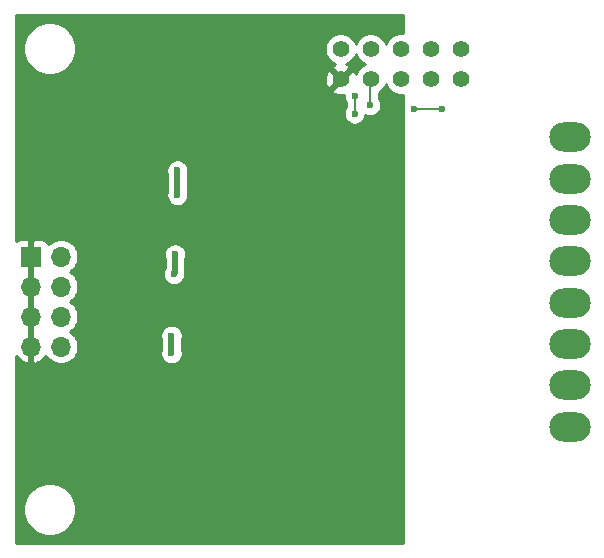
<source format=gbr>
%TF.GenerationSoftware,KiCad,Pcbnew,5.1.6-c6e7f7d~87~ubuntu18.04.1*%
%TF.CreationDate,2022-03-05T00:13:30+01:00*%
%TF.ProjectId,door_ext_photorelay,646f6f72-5f65-4787-945f-70686f746f72,rev?*%
%TF.SameCoordinates,Original*%
%TF.FileFunction,Copper,L2,Bot*%
%TF.FilePolarity,Positive*%
%FSLAX46Y46*%
G04 Gerber Fmt 4.6, Leading zero omitted, Abs format (unit mm)*
G04 Created by KiCad (PCBNEW 5.1.6-c6e7f7d~87~ubuntu18.04.1) date 2022-03-05 00:13:30*
%MOMM*%
%LPD*%
G01*
G04 APERTURE LIST*
%TA.AperFunction,ComponentPad*%
%ADD10R,1.700000X1.700000*%
%TD*%
%TA.AperFunction,ComponentPad*%
%ADD11O,1.700000X1.700000*%
%TD*%
%TA.AperFunction,ComponentPad*%
%ADD12C,1.422400*%
%TD*%
%TA.AperFunction,ComponentPad*%
%ADD13O,3.500000X2.500000*%
%TD*%
%TA.AperFunction,ViaPad*%
%ADD14C,0.600000*%
%TD*%
%TA.AperFunction,Conductor*%
%ADD15C,0.500000*%
%TD*%
%TA.AperFunction,Conductor*%
%ADD16C,0.200000*%
%TD*%
%TA.AperFunction,Conductor*%
%ADD17C,0.254000*%
%TD*%
G04 APERTURE END LIST*
D10*
%TO.P,J1,1*%
%TO.N,GND*%
X126400000Y-54600000D03*
D11*
%TO.P,J1,2*%
%TO.N,/PD0*%
X128940000Y-54600000D03*
%TO.P,J1,3*%
%TO.N,GND*%
X126400000Y-57140000D03*
%TO.P,J1,4*%
%TO.N,/PD1*%
X128940000Y-57140000D03*
%TO.P,J1,5*%
%TO.N,GND*%
X126400000Y-59680000D03*
%TO.P,J1,6*%
%TO.N,/PD2*%
X128940000Y-59680000D03*
%TO.P,J1,7*%
%TO.N,GND*%
X126400000Y-62220000D03*
%TO.P,J1,8*%
%TO.N,/PD3*%
X128940000Y-62220000D03*
%TD*%
D12*
%TO.P,J2,1*%
%TO.N,+3V3*%
X162780000Y-37030000D03*
%TO.P,J2,2*%
%TO.N,GPIO0*%
X162780000Y-39570000D03*
%TO.P,J2,3*%
%TO.N,GPIO1*%
X160240000Y-37030000D03*
%TO.P,J2,4*%
%TO.N,GPIO2*%
X160240000Y-39570000D03*
%TO.P,J2,5*%
%TO.N,GPIO3*%
X157700000Y-37030000D03*
%TO.P,J2,6*%
%TO.N,GPIO4*%
X157700000Y-39570000D03*
%TO.P,J2,7*%
%TO.N,GPIO5*%
X155160000Y-37030000D03*
%TO.P,J2,8*%
%TO.N,GPIO6*%
X155160000Y-39570000D03*
%TO.P,J2,9*%
%TO.N,N/C*%
X152620000Y-37030000D03*
%TO.P,J2,10*%
%TO.N,GND*%
X152620000Y-39570000D03*
%TD*%
D13*
%TO.P,J3,1*%
%TO.N,Net-(J3-Pad1)*%
X172000000Y-69000000D03*
%TO.P,J3,2*%
%TO.N,Net-(J3-Pad2)*%
X172000000Y-65502420D03*
%TO.P,J3,3*%
%TO.N,Net-(J3-Pad3)*%
X172000000Y-62002300D03*
%TO.P,J3,4*%
%TO.N,Net-(J3-Pad4)*%
X172000000Y-58502180D03*
%TO.P,J3,5*%
%TO.N,Net-(J3-Pad5)*%
X172000000Y-55000000D03*
%TO.P,J3,6*%
%TO.N,Net-(J3-Pad6)*%
X172000000Y-51500000D03*
%TO.P,J3,7*%
%TO.N,N/C*%
X172000000Y-48000000D03*
%TO.P,J3,8*%
X172000000Y-44500000D03*
%TD*%
D14*
%TO.N,+3V3*%
X138800000Y-47300000D03*
X138800000Y-49400000D03*
X138600000Y-54400000D03*
X138500000Y-56100000D03*
X138300000Y-61300000D03*
X138300000Y-62800000D03*
%TO.N,GND*%
X137400000Y-49200000D03*
X137400000Y-50400000D03*
X138400000Y-45100000D03*
X138600000Y-52100000D03*
X149000000Y-68800000D03*
X148900000Y-53700000D03*
X137500000Y-70300000D03*
X137400000Y-71500000D03*
X138200000Y-66100000D03*
X138500000Y-59100000D03*
X137300000Y-63300000D03*
X137200000Y-64500000D03*
X137400000Y-57400000D03*
X137400000Y-56200000D03*
X148699979Y-46800000D03*
X148599990Y-60600000D03*
X154200000Y-68300000D03*
X154200000Y-61400000D03*
X154300000Y-54200000D03*
%TO.N,GPIO0*%
X158800000Y-42100000D03*
X161200000Y-42100000D03*
%TO.N,GPIO5*%
X153800000Y-42500000D03*
X153800000Y-41000000D03*
%TO.N,GPIO6*%
X155100000Y-41800000D03*
%TD*%
D15*
%TO.N,+3V3*%
X138800000Y-47300000D02*
X138800000Y-49400000D01*
X138600000Y-56000000D02*
X138500000Y-56100000D01*
X138600000Y-54400000D02*
X138600000Y-56000000D01*
X138300000Y-61300000D02*
X138300000Y-62800000D01*
D16*
%TO.N,GPIO0*%
X158800000Y-42100000D02*
X161200000Y-42100000D01*
%TO.N,GPIO5*%
X153800000Y-42500000D02*
X153800000Y-41000000D01*
%TO.N,GPIO6*%
X155100000Y-39630000D02*
X155160000Y-39570000D01*
X155100000Y-41800000D02*
X155100000Y-39630000D01*
%TD*%
D17*
%TO.N,GND*%
G36*
X157873000Y-35691838D02*
G01*
X157832589Y-35683800D01*
X157567411Y-35683800D01*
X157307328Y-35735533D01*
X157062335Y-35837013D01*
X156841847Y-35984338D01*
X156654338Y-36171847D01*
X156507013Y-36392335D01*
X156430000Y-36578260D01*
X156352987Y-36392335D01*
X156205662Y-36171847D01*
X156018153Y-35984338D01*
X155797665Y-35837013D01*
X155552672Y-35735533D01*
X155292589Y-35683800D01*
X155027411Y-35683800D01*
X154767328Y-35735533D01*
X154522335Y-35837013D01*
X154301847Y-35984338D01*
X154114338Y-36171847D01*
X153967013Y-36392335D01*
X153890000Y-36578260D01*
X153812987Y-36392335D01*
X153665662Y-36171847D01*
X153478153Y-35984338D01*
X153257665Y-35837013D01*
X153012672Y-35735533D01*
X152752589Y-35683800D01*
X152487411Y-35683800D01*
X152227328Y-35735533D01*
X151982335Y-35837013D01*
X151761847Y-35984338D01*
X151574338Y-36171847D01*
X151427013Y-36392335D01*
X151325533Y-36637328D01*
X151273800Y-36897411D01*
X151273800Y-37162589D01*
X151325533Y-37422672D01*
X151427013Y-37667665D01*
X151574338Y-37888153D01*
X151761847Y-38075662D01*
X151982335Y-38222987D01*
X152170600Y-38300969D01*
X152034720Y-38350458D01*
X151931152Y-38405817D01*
X151870332Y-38640727D01*
X152620000Y-39390395D01*
X153369668Y-38640727D01*
X153308848Y-38405817D01*
X153077066Y-38297794D01*
X153257665Y-38222987D01*
X153478153Y-38075662D01*
X153665662Y-37888153D01*
X153812987Y-37667665D01*
X153890000Y-37481740D01*
X153967013Y-37667665D01*
X154114338Y-37888153D01*
X154301847Y-38075662D01*
X154522335Y-38222987D01*
X154708260Y-38300000D01*
X154522335Y-38377013D01*
X154301847Y-38524338D01*
X154114338Y-38711847D01*
X153967013Y-38932335D01*
X153889031Y-39120600D01*
X153839542Y-38984720D01*
X153784183Y-38881152D01*
X153549273Y-38820332D01*
X152799605Y-39570000D01*
X152813748Y-39584143D01*
X152634143Y-39763748D01*
X152620000Y-39749605D01*
X151870332Y-40499273D01*
X151931152Y-40734183D01*
X152171509Y-40846202D01*
X152429102Y-40909176D01*
X152694030Y-40920687D01*
X152867786Y-40893905D01*
X152865000Y-40907911D01*
X152865000Y-41092089D01*
X152900932Y-41272729D01*
X152971414Y-41442889D01*
X153065001Y-41582952D01*
X153065000Y-41917049D01*
X152971414Y-42057111D01*
X152900932Y-42227271D01*
X152865000Y-42407911D01*
X152865000Y-42592089D01*
X152900932Y-42772729D01*
X152971414Y-42942889D01*
X153073738Y-43096028D01*
X153203972Y-43226262D01*
X153357111Y-43328586D01*
X153527271Y-43399068D01*
X153707911Y-43435000D01*
X153892089Y-43435000D01*
X154072729Y-43399068D01*
X154242889Y-43328586D01*
X154396028Y-43226262D01*
X154526262Y-43096028D01*
X154628586Y-42942889D01*
X154699068Y-42772729D01*
X154722364Y-42655614D01*
X154827271Y-42699068D01*
X155007911Y-42735000D01*
X155192089Y-42735000D01*
X155372729Y-42699068D01*
X155542889Y-42628586D01*
X155696028Y-42526262D01*
X155826262Y-42396028D01*
X155928586Y-42242889D01*
X155999068Y-42072729D01*
X156035000Y-41892089D01*
X156035000Y-41707911D01*
X155999068Y-41527271D01*
X155928586Y-41357111D01*
X155835000Y-41217049D01*
X155835000Y-40738041D01*
X156018153Y-40615662D01*
X156205662Y-40428153D01*
X156352987Y-40207665D01*
X156430000Y-40021740D01*
X156507013Y-40207665D01*
X156654338Y-40428153D01*
X156841847Y-40615662D01*
X157062335Y-40762987D01*
X157307328Y-40864467D01*
X157567411Y-40916200D01*
X157832589Y-40916200D01*
X157873000Y-40908162D01*
X157873000Y-41967693D01*
X157865000Y-42007911D01*
X157865000Y-42192089D01*
X157873000Y-42232307D01*
X157873000Y-78873000D01*
X125127000Y-78873000D01*
X125127000Y-75779872D01*
X125765000Y-75779872D01*
X125765000Y-76220128D01*
X125850890Y-76651925D01*
X126019369Y-77058669D01*
X126263962Y-77424729D01*
X126575271Y-77736038D01*
X126941331Y-77980631D01*
X127348075Y-78149110D01*
X127779872Y-78235000D01*
X128220128Y-78235000D01*
X128651925Y-78149110D01*
X129058669Y-77980631D01*
X129424729Y-77736038D01*
X129736038Y-77424729D01*
X129980631Y-77058669D01*
X130149110Y-76651925D01*
X130235000Y-76220128D01*
X130235000Y-75779872D01*
X130149110Y-75348075D01*
X129980631Y-74941331D01*
X129736038Y-74575271D01*
X129424729Y-74263962D01*
X129058669Y-74019369D01*
X128651925Y-73850890D01*
X128220128Y-73765000D01*
X127779872Y-73765000D01*
X127348075Y-73850890D01*
X126941331Y-74019369D01*
X126575271Y-74263962D01*
X126263962Y-74575271D01*
X126019369Y-74941331D01*
X125850890Y-75348075D01*
X125765000Y-75779872D01*
X125127000Y-75779872D01*
X125127000Y-62984067D01*
X125128359Y-62986920D01*
X125302412Y-63220269D01*
X125518645Y-63415178D01*
X125768748Y-63564157D01*
X126043109Y-63661481D01*
X126273000Y-63540814D01*
X126273000Y-62347000D01*
X126253000Y-62347000D01*
X126253000Y-62093000D01*
X126273000Y-62093000D01*
X126273000Y-59807000D01*
X126253000Y-59807000D01*
X126253000Y-59553000D01*
X126273000Y-59553000D01*
X126273000Y-57267000D01*
X126253000Y-57267000D01*
X126253000Y-57013000D01*
X126273000Y-57013000D01*
X126273000Y-54727000D01*
X126253000Y-54727000D01*
X126253000Y-54473000D01*
X126273000Y-54473000D01*
X126273000Y-53273750D01*
X126527000Y-53273750D01*
X126527000Y-54473000D01*
X126547000Y-54473000D01*
X126547000Y-54727000D01*
X126527000Y-54727000D01*
X126527000Y-57013000D01*
X126547000Y-57013000D01*
X126547000Y-57267000D01*
X126527000Y-57267000D01*
X126527000Y-59553000D01*
X126547000Y-59553000D01*
X126547000Y-59807000D01*
X126527000Y-59807000D01*
X126527000Y-62093000D01*
X126547000Y-62093000D01*
X126547000Y-62347000D01*
X126527000Y-62347000D01*
X126527000Y-63540814D01*
X126756891Y-63661481D01*
X127031252Y-63564157D01*
X127281355Y-63415178D01*
X127497588Y-63220269D01*
X127668900Y-62990594D01*
X127786525Y-63166632D01*
X127993368Y-63373475D01*
X128236589Y-63535990D01*
X128506842Y-63647932D01*
X128793740Y-63705000D01*
X129086260Y-63705000D01*
X129373158Y-63647932D01*
X129643411Y-63535990D01*
X129886632Y-63373475D01*
X130093475Y-63166632D01*
X130255990Y-62923411D01*
X130367932Y-62653158D01*
X130425000Y-62366260D01*
X130425000Y-62073740D01*
X130367932Y-61786842D01*
X130255990Y-61516589D01*
X130093475Y-61273368D01*
X130028018Y-61207911D01*
X137365000Y-61207911D01*
X137365000Y-61392089D01*
X137400932Y-61572729D01*
X137415000Y-61606693D01*
X137415001Y-62493306D01*
X137400932Y-62527271D01*
X137365000Y-62707911D01*
X137365000Y-62892089D01*
X137400932Y-63072729D01*
X137471414Y-63242889D01*
X137573738Y-63396028D01*
X137703972Y-63526262D01*
X137857111Y-63628586D01*
X138027271Y-63699068D01*
X138207911Y-63735000D01*
X138392089Y-63735000D01*
X138572729Y-63699068D01*
X138742889Y-63628586D01*
X138896028Y-63526262D01*
X139026262Y-63396028D01*
X139128586Y-63242889D01*
X139199068Y-63072729D01*
X139235000Y-62892089D01*
X139235000Y-62707911D01*
X139199068Y-62527271D01*
X139185000Y-62493308D01*
X139185000Y-61606692D01*
X139199068Y-61572729D01*
X139235000Y-61392089D01*
X139235000Y-61207911D01*
X139199068Y-61027271D01*
X139128586Y-60857111D01*
X139026262Y-60703972D01*
X138896028Y-60573738D01*
X138742889Y-60471414D01*
X138572729Y-60400932D01*
X138392089Y-60365000D01*
X138207911Y-60365000D01*
X138027271Y-60400932D01*
X137857111Y-60471414D01*
X137703972Y-60573738D01*
X137573738Y-60703972D01*
X137471414Y-60857111D01*
X137400932Y-61027271D01*
X137365000Y-61207911D01*
X130028018Y-61207911D01*
X129886632Y-61066525D01*
X129712240Y-60950000D01*
X129886632Y-60833475D01*
X130093475Y-60626632D01*
X130255990Y-60383411D01*
X130367932Y-60113158D01*
X130425000Y-59826260D01*
X130425000Y-59533740D01*
X130367932Y-59246842D01*
X130255990Y-58976589D01*
X130093475Y-58733368D01*
X129886632Y-58526525D01*
X129712240Y-58410000D01*
X129886632Y-58293475D01*
X130093475Y-58086632D01*
X130255990Y-57843411D01*
X130367932Y-57573158D01*
X130425000Y-57286260D01*
X130425000Y-56993740D01*
X130367932Y-56706842D01*
X130255990Y-56436589D01*
X130093475Y-56193368D01*
X129908018Y-56007911D01*
X137565000Y-56007911D01*
X137565000Y-56192089D01*
X137600932Y-56372729D01*
X137671414Y-56542889D01*
X137773738Y-56696028D01*
X137903972Y-56826262D01*
X138057111Y-56928586D01*
X138227271Y-56999068D01*
X138407911Y-57035000D01*
X138592089Y-57035000D01*
X138772729Y-56999068D01*
X138942889Y-56928586D01*
X139096028Y-56826262D01*
X139226262Y-56696028D01*
X139328586Y-56542889D01*
X139381182Y-56415910D01*
X139421589Y-56340313D01*
X139472195Y-56173490D01*
X139485000Y-56043477D01*
X139485000Y-56043467D01*
X139489281Y-56000001D01*
X139485000Y-55956535D01*
X139485000Y-54706692D01*
X139499068Y-54672729D01*
X139535000Y-54492089D01*
X139535000Y-54307911D01*
X139499068Y-54127271D01*
X139428586Y-53957111D01*
X139326262Y-53803972D01*
X139196028Y-53673738D01*
X139042889Y-53571414D01*
X138872729Y-53500932D01*
X138692089Y-53465000D01*
X138507911Y-53465000D01*
X138327271Y-53500932D01*
X138157111Y-53571414D01*
X138003972Y-53673738D01*
X137873738Y-53803972D01*
X137771414Y-53957111D01*
X137700932Y-54127271D01*
X137665000Y-54307911D01*
X137665000Y-54492089D01*
X137700932Y-54672729D01*
X137715000Y-54706693D01*
X137715001Y-55591879D01*
X137671414Y-55657111D01*
X137600932Y-55827271D01*
X137565000Y-56007911D01*
X129908018Y-56007911D01*
X129886632Y-55986525D01*
X129712240Y-55870000D01*
X129886632Y-55753475D01*
X130093475Y-55546632D01*
X130255990Y-55303411D01*
X130367932Y-55033158D01*
X130425000Y-54746260D01*
X130425000Y-54453740D01*
X130367932Y-54166842D01*
X130255990Y-53896589D01*
X130093475Y-53653368D01*
X129886632Y-53446525D01*
X129643411Y-53284010D01*
X129373158Y-53172068D01*
X129086260Y-53115000D01*
X128793740Y-53115000D01*
X128506842Y-53172068D01*
X128236589Y-53284010D01*
X127993368Y-53446525D01*
X127861513Y-53578380D01*
X127839502Y-53505820D01*
X127780537Y-53395506D01*
X127701185Y-53298815D01*
X127604494Y-53219463D01*
X127494180Y-53160498D01*
X127374482Y-53124188D01*
X127250000Y-53111928D01*
X126685750Y-53115000D01*
X126527000Y-53273750D01*
X126273000Y-53273750D01*
X126114250Y-53115000D01*
X125550000Y-53111928D01*
X125425518Y-53124188D01*
X125305820Y-53160498D01*
X125195506Y-53219463D01*
X125127000Y-53275684D01*
X125127000Y-47207911D01*
X137865000Y-47207911D01*
X137865000Y-47392089D01*
X137900932Y-47572729D01*
X137915000Y-47606693D01*
X137915001Y-49093306D01*
X137900932Y-49127271D01*
X137865000Y-49307911D01*
X137865000Y-49492089D01*
X137900932Y-49672729D01*
X137971414Y-49842889D01*
X138073738Y-49996028D01*
X138203972Y-50126262D01*
X138357111Y-50228586D01*
X138527271Y-50299068D01*
X138707911Y-50335000D01*
X138892089Y-50335000D01*
X139072729Y-50299068D01*
X139242889Y-50228586D01*
X139396028Y-50126262D01*
X139526262Y-49996028D01*
X139628586Y-49842889D01*
X139699068Y-49672729D01*
X139735000Y-49492089D01*
X139735000Y-49307911D01*
X139699068Y-49127271D01*
X139685000Y-49093308D01*
X139685000Y-47606692D01*
X139699068Y-47572729D01*
X139735000Y-47392089D01*
X139735000Y-47207911D01*
X139699068Y-47027271D01*
X139628586Y-46857111D01*
X139526262Y-46703972D01*
X139396028Y-46573738D01*
X139242889Y-46471414D01*
X139072729Y-46400932D01*
X138892089Y-46365000D01*
X138707911Y-46365000D01*
X138527271Y-46400932D01*
X138357111Y-46471414D01*
X138203972Y-46573738D01*
X138073738Y-46703972D01*
X137971414Y-46857111D01*
X137900932Y-47027271D01*
X137865000Y-47207911D01*
X125127000Y-47207911D01*
X125127000Y-39644030D01*
X151269313Y-39644030D01*
X151309709Y-39906113D01*
X151400458Y-40155280D01*
X151455817Y-40258848D01*
X151690727Y-40319668D01*
X152440395Y-39570000D01*
X151690727Y-38820332D01*
X151455817Y-38881152D01*
X151343798Y-39121509D01*
X151280824Y-39379102D01*
X151269313Y-39644030D01*
X125127000Y-39644030D01*
X125127000Y-36779872D01*
X125765000Y-36779872D01*
X125765000Y-37220128D01*
X125850890Y-37651925D01*
X126019369Y-38058669D01*
X126263962Y-38424729D01*
X126575271Y-38736038D01*
X126941331Y-38980631D01*
X127348075Y-39149110D01*
X127779872Y-39235000D01*
X128220128Y-39235000D01*
X128651925Y-39149110D01*
X129058669Y-38980631D01*
X129424729Y-38736038D01*
X129736038Y-38424729D01*
X129980631Y-38058669D01*
X130149110Y-37651925D01*
X130235000Y-37220128D01*
X130235000Y-36779872D01*
X130149110Y-36348075D01*
X129980631Y-35941331D01*
X129736038Y-35575271D01*
X129424729Y-35263962D01*
X129058669Y-35019369D01*
X128651925Y-34850890D01*
X128220128Y-34765000D01*
X127779872Y-34765000D01*
X127348075Y-34850890D01*
X126941331Y-35019369D01*
X126575271Y-35263962D01*
X126263962Y-35575271D01*
X126019369Y-35941331D01*
X125850890Y-36348075D01*
X125765000Y-36779872D01*
X125127000Y-36779872D01*
X125127000Y-34127000D01*
X157873000Y-34127000D01*
X157873000Y-35691838D01*
G37*
X157873000Y-35691838D02*
X157832589Y-35683800D01*
X157567411Y-35683800D01*
X157307328Y-35735533D01*
X157062335Y-35837013D01*
X156841847Y-35984338D01*
X156654338Y-36171847D01*
X156507013Y-36392335D01*
X156430000Y-36578260D01*
X156352987Y-36392335D01*
X156205662Y-36171847D01*
X156018153Y-35984338D01*
X155797665Y-35837013D01*
X155552672Y-35735533D01*
X155292589Y-35683800D01*
X155027411Y-35683800D01*
X154767328Y-35735533D01*
X154522335Y-35837013D01*
X154301847Y-35984338D01*
X154114338Y-36171847D01*
X153967013Y-36392335D01*
X153890000Y-36578260D01*
X153812987Y-36392335D01*
X153665662Y-36171847D01*
X153478153Y-35984338D01*
X153257665Y-35837013D01*
X153012672Y-35735533D01*
X152752589Y-35683800D01*
X152487411Y-35683800D01*
X152227328Y-35735533D01*
X151982335Y-35837013D01*
X151761847Y-35984338D01*
X151574338Y-36171847D01*
X151427013Y-36392335D01*
X151325533Y-36637328D01*
X151273800Y-36897411D01*
X151273800Y-37162589D01*
X151325533Y-37422672D01*
X151427013Y-37667665D01*
X151574338Y-37888153D01*
X151761847Y-38075662D01*
X151982335Y-38222987D01*
X152170600Y-38300969D01*
X152034720Y-38350458D01*
X151931152Y-38405817D01*
X151870332Y-38640727D01*
X152620000Y-39390395D01*
X153369668Y-38640727D01*
X153308848Y-38405817D01*
X153077066Y-38297794D01*
X153257665Y-38222987D01*
X153478153Y-38075662D01*
X153665662Y-37888153D01*
X153812987Y-37667665D01*
X153890000Y-37481740D01*
X153967013Y-37667665D01*
X154114338Y-37888153D01*
X154301847Y-38075662D01*
X154522335Y-38222987D01*
X154708260Y-38300000D01*
X154522335Y-38377013D01*
X154301847Y-38524338D01*
X154114338Y-38711847D01*
X153967013Y-38932335D01*
X153889031Y-39120600D01*
X153839542Y-38984720D01*
X153784183Y-38881152D01*
X153549273Y-38820332D01*
X152799605Y-39570000D01*
X152813748Y-39584143D01*
X152634143Y-39763748D01*
X152620000Y-39749605D01*
X151870332Y-40499273D01*
X151931152Y-40734183D01*
X152171509Y-40846202D01*
X152429102Y-40909176D01*
X152694030Y-40920687D01*
X152867786Y-40893905D01*
X152865000Y-40907911D01*
X152865000Y-41092089D01*
X152900932Y-41272729D01*
X152971414Y-41442889D01*
X153065001Y-41582952D01*
X153065000Y-41917049D01*
X152971414Y-42057111D01*
X152900932Y-42227271D01*
X152865000Y-42407911D01*
X152865000Y-42592089D01*
X152900932Y-42772729D01*
X152971414Y-42942889D01*
X153073738Y-43096028D01*
X153203972Y-43226262D01*
X153357111Y-43328586D01*
X153527271Y-43399068D01*
X153707911Y-43435000D01*
X153892089Y-43435000D01*
X154072729Y-43399068D01*
X154242889Y-43328586D01*
X154396028Y-43226262D01*
X154526262Y-43096028D01*
X154628586Y-42942889D01*
X154699068Y-42772729D01*
X154722364Y-42655614D01*
X154827271Y-42699068D01*
X155007911Y-42735000D01*
X155192089Y-42735000D01*
X155372729Y-42699068D01*
X155542889Y-42628586D01*
X155696028Y-42526262D01*
X155826262Y-42396028D01*
X155928586Y-42242889D01*
X155999068Y-42072729D01*
X156035000Y-41892089D01*
X156035000Y-41707911D01*
X155999068Y-41527271D01*
X155928586Y-41357111D01*
X155835000Y-41217049D01*
X155835000Y-40738041D01*
X156018153Y-40615662D01*
X156205662Y-40428153D01*
X156352987Y-40207665D01*
X156430000Y-40021740D01*
X156507013Y-40207665D01*
X156654338Y-40428153D01*
X156841847Y-40615662D01*
X157062335Y-40762987D01*
X157307328Y-40864467D01*
X157567411Y-40916200D01*
X157832589Y-40916200D01*
X157873000Y-40908162D01*
X157873000Y-41967693D01*
X157865000Y-42007911D01*
X157865000Y-42192089D01*
X157873000Y-42232307D01*
X157873000Y-78873000D01*
X125127000Y-78873000D01*
X125127000Y-75779872D01*
X125765000Y-75779872D01*
X125765000Y-76220128D01*
X125850890Y-76651925D01*
X126019369Y-77058669D01*
X126263962Y-77424729D01*
X126575271Y-77736038D01*
X126941331Y-77980631D01*
X127348075Y-78149110D01*
X127779872Y-78235000D01*
X128220128Y-78235000D01*
X128651925Y-78149110D01*
X129058669Y-77980631D01*
X129424729Y-77736038D01*
X129736038Y-77424729D01*
X129980631Y-77058669D01*
X130149110Y-76651925D01*
X130235000Y-76220128D01*
X130235000Y-75779872D01*
X130149110Y-75348075D01*
X129980631Y-74941331D01*
X129736038Y-74575271D01*
X129424729Y-74263962D01*
X129058669Y-74019369D01*
X128651925Y-73850890D01*
X128220128Y-73765000D01*
X127779872Y-73765000D01*
X127348075Y-73850890D01*
X126941331Y-74019369D01*
X126575271Y-74263962D01*
X126263962Y-74575271D01*
X126019369Y-74941331D01*
X125850890Y-75348075D01*
X125765000Y-75779872D01*
X125127000Y-75779872D01*
X125127000Y-62984067D01*
X125128359Y-62986920D01*
X125302412Y-63220269D01*
X125518645Y-63415178D01*
X125768748Y-63564157D01*
X126043109Y-63661481D01*
X126273000Y-63540814D01*
X126273000Y-62347000D01*
X126253000Y-62347000D01*
X126253000Y-62093000D01*
X126273000Y-62093000D01*
X126273000Y-59807000D01*
X126253000Y-59807000D01*
X126253000Y-59553000D01*
X126273000Y-59553000D01*
X126273000Y-57267000D01*
X126253000Y-57267000D01*
X126253000Y-57013000D01*
X126273000Y-57013000D01*
X126273000Y-54727000D01*
X126253000Y-54727000D01*
X126253000Y-54473000D01*
X126273000Y-54473000D01*
X126273000Y-53273750D01*
X126527000Y-53273750D01*
X126527000Y-54473000D01*
X126547000Y-54473000D01*
X126547000Y-54727000D01*
X126527000Y-54727000D01*
X126527000Y-57013000D01*
X126547000Y-57013000D01*
X126547000Y-57267000D01*
X126527000Y-57267000D01*
X126527000Y-59553000D01*
X126547000Y-59553000D01*
X126547000Y-59807000D01*
X126527000Y-59807000D01*
X126527000Y-62093000D01*
X126547000Y-62093000D01*
X126547000Y-62347000D01*
X126527000Y-62347000D01*
X126527000Y-63540814D01*
X126756891Y-63661481D01*
X127031252Y-63564157D01*
X127281355Y-63415178D01*
X127497588Y-63220269D01*
X127668900Y-62990594D01*
X127786525Y-63166632D01*
X127993368Y-63373475D01*
X128236589Y-63535990D01*
X128506842Y-63647932D01*
X128793740Y-63705000D01*
X129086260Y-63705000D01*
X129373158Y-63647932D01*
X129643411Y-63535990D01*
X129886632Y-63373475D01*
X130093475Y-63166632D01*
X130255990Y-62923411D01*
X130367932Y-62653158D01*
X130425000Y-62366260D01*
X130425000Y-62073740D01*
X130367932Y-61786842D01*
X130255990Y-61516589D01*
X130093475Y-61273368D01*
X130028018Y-61207911D01*
X137365000Y-61207911D01*
X137365000Y-61392089D01*
X137400932Y-61572729D01*
X137415000Y-61606693D01*
X137415001Y-62493306D01*
X137400932Y-62527271D01*
X137365000Y-62707911D01*
X137365000Y-62892089D01*
X137400932Y-63072729D01*
X137471414Y-63242889D01*
X137573738Y-63396028D01*
X137703972Y-63526262D01*
X137857111Y-63628586D01*
X138027271Y-63699068D01*
X138207911Y-63735000D01*
X138392089Y-63735000D01*
X138572729Y-63699068D01*
X138742889Y-63628586D01*
X138896028Y-63526262D01*
X139026262Y-63396028D01*
X139128586Y-63242889D01*
X139199068Y-63072729D01*
X139235000Y-62892089D01*
X139235000Y-62707911D01*
X139199068Y-62527271D01*
X139185000Y-62493308D01*
X139185000Y-61606692D01*
X139199068Y-61572729D01*
X139235000Y-61392089D01*
X139235000Y-61207911D01*
X139199068Y-61027271D01*
X139128586Y-60857111D01*
X139026262Y-60703972D01*
X138896028Y-60573738D01*
X138742889Y-60471414D01*
X138572729Y-60400932D01*
X138392089Y-60365000D01*
X138207911Y-60365000D01*
X138027271Y-60400932D01*
X137857111Y-60471414D01*
X137703972Y-60573738D01*
X137573738Y-60703972D01*
X137471414Y-60857111D01*
X137400932Y-61027271D01*
X137365000Y-61207911D01*
X130028018Y-61207911D01*
X129886632Y-61066525D01*
X129712240Y-60950000D01*
X129886632Y-60833475D01*
X130093475Y-60626632D01*
X130255990Y-60383411D01*
X130367932Y-60113158D01*
X130425000Y-59826260D01*
X130425000Y-59533740D01*
X130367932Y-59246842D01*
X130255990Y-58976589D01*
X130093475Y-58733368D01*
X129886632Y-58526525D01*
X129712240Y-58410000D01*
X129886632Y-58293475D01*
X130093475Y-58086632D01*
X130255990Y-57843411D01*
X130367932Y-57573158D01*
X130425000Y-57286260D01*
X130425000Y-56993740D01*
X130367932Y-56706842D01*
X130255990Y-56436589D01*
X130093475Y-56193368D01*
X129908018Y-56007911D01*
X137565000Y-56007911D01*
X137565000Y-56192089D01*
X137600932Y-56372729D01*
X137671414Y-56542889D01*
X137773738Y-56696028D01*
X137903972Y-56826262D01*
X138057111Y-56928586D01*
X138227271Y-56999068D01*
X138407911Y-57035000D01*
X138592089Y-57035000D01*
X138772729Y-56999068D01*
X138942889Y-56928586D01*
X139096028Y-56826262D01*
X139226262Y-56696028D01*
X139328586Y-56542889D01*
X139381182Y-56415910D01*
X139421589Y-56340313D01*
X139472195Y-56173490D01*
X139485000Y-56043477D01*
X139485000Y-56043467D01*
X139489281Y-56000001D01*
X139485000Y-55956535D01*
X139485000Y-54706692D01*
X139499068Y-54672729D01*
X139535000Y-54492089D01*
X139535000Y-54307911D01*
X139499068Y-54127271D01*
X139428586Y-53957111D01*
X139326262Y-53803972D01*
X139196028Y-53673738D01*
X139042889Y-53571414D01*
X138872729Y-53500932D01*
X138692089Y-53465000D01*
X138507911Y-53465000D01*
X138327271Y-53500932D01*
X138157111Y-53571414D01*
X138003972Y-53673738D01*
X137873738Y-53803972D01*
X137771414Y-53957111D01*
X137700932Y-54127271D01*
X137665000Y-54307911D01*
X137665000Y-54492089D01*
X137700932Y-54672729D01*
X137715000Y-54706693D01*
X137715001Y-55591879D01*
X137671414Y-55657111D01*
X137600932Y-55827271D01*
X137565000Y-56007911D01*
X129908018Y-56007911D01*
X129886632Y-55986525D01*
X129712240Y-55870000D01*
X129886632Y-55753475D01*
X130093475Y-55546632D01*
X130255990Y-55303411D01*
X130367932Y-55033158D01*
X130425000Y-54746260D01*
X130425000Y-54453740D01*
X130367932Y-54166842D01*
X130255990Y-53896589D01*
X130093475Y-53653368D01*
X129886632Y-53446525D01*
X129643411Y-53284010D01*
X129373158Y-53172068D01*
X129086260Y-53115000D01*
X128793740Y-53115000D01*
X128506842Y-53172068D01*
X128236589Y-53284010D01*
X127993368Y-53446525D01*
X127861513Y-53578380D01*
X127839502Y-53505820D01*
X127780537Y-53395506D01*
X127701185Y-53298815D01*
X127604494Y-53219463D01*
X127494180Y-53160498D01*
X127374482Y-53124188D01*
X127250000Y-53111928D01*
X126685750Y-53115000D01*
X126527000Y-53273750D01*
X126273000Y-53273750D01*
X126114250Y-53115000D01*
X125550000Y-53111928D01*
X125425518Y-53124188D01*
X125305820Y-53160498D01*
X125195506Y-53219463D01*
X125127000Y-53275684D01*
X125127000Y-47207911D01*
X137865000Y-47207911D01*
X137865000Y-47392089D01*
X137900932Y-47572729D01*
X137915000Y-47606693D01*
X137915001Y-49093306D01*
X137900932Y-49127271D01*
X137865000Y-49307911D01*
X137865000Y-49492089D01*
X137900932Y-49672729D01*
X137971414Y-49842889D01*
X138073738Y-49996028D01*
X138203972Y-50126262D01*
X138357111Y-50228586D01*
X138527271Y-50299068D01*
X138707911Y-50335000D01*
X138892089Y-50335000D01*
X139072729Y-50299068D01*
X139242889Y-50228586D01*
X139396028Y-50126262D01*
X139526262Y-49996028D01*
X139628586Y-49842889D01*
X139699068Y-49672729D01*
X139735000Y-49492089D01*
X139735000Y-49307911D01*
X139699068Y-49127271D01*
X139685000Y-49093308D01*
X139685000Y-47606692D01*
X139699068Y-47572729D01*
X139735000Y-47392089D01*
X139735000Y-47207911D01*
X139699068Y-47027271D01*
X139628586Y-46857111D01*
X139526262Y-46703972D01*
X139396028Y-46573738D01*
X139242889Y-46471414D01*
X139072729Y-46400932D01*
X138892089Y-46365000D01*
X138707911Y-46365000D01*
X138527271Y-46400932D01*
X138357111Y-46471414D01*
X138203972Y-46573738D01*
X138073738Y-46703972D01*
X137971414Y-46857111D01*
X137900932Y-47027271D01*
X137865000Y-47207911D01*
X125127000Y-47207911D01*
X125127000Y-39644030D01*
X151269313Y-39644030D01*
X151309709Y-39906113D01*
X151400458Y-40155280D01*
X151455817Y-40258848D01*
X151690727Y-40319668D01*
X152440395Y-39570000D01*
X151690727Y-38820332D01*
X151455817Y-38881152D01*
X151343798Y-39121509D01*
X151280824Y-39379102D01*
X151269313Y-39644030D01*
X125127000Y-39644030D01*
X125127000Y-36779872D01*
X125765000Y-36779872D01*
X125765000Y-37220128D01*
X125850890Y-37651925D01*
X126019369Y-38058669D01*
X126263962Y-38424729D01*
X126575271Y-38736038D01*
X126941331Y-38980631D01*
X127348075Y-39149110D01*
X127779872Y-39235000D01*
X128220128Y-39235000D01*
X128651925Y-39149110D01*
X129058669Y-38980631D01*
X129424729Y-38736038D01*
X129736038Y-38424729D01*
X129980631Y-38058669D01*
X130149110Y-37651925D01*
X130235000Y-37220128D01*
X130235000Y-36779872D01*
X130149110Y-36348075D01*
X129980631Y-35941331D01*
X129736038Y-35575271D01*
X129424729Y-35263962D01*
X129058669Y-35019369D01*
X128651925Y-34850890D01*
X128220128Y-34765000D01*
X127779872Y-34765000D01*
X127348075Y-34850890D01*
X126941331Y-35019369D01*
X126575271Y-35263962D01*
X126263962Y-35575271D01*
X126019369Y-35941331D01*
X125850890Y-36348075D01*
X125765000Y-36779872D01*
X125127000Y-36779872D01*
X125127000Y-34127000D01*
X157873000Y-34127000D01*
X157873000Y-35691838D01*
%TD*%
M02*

</source>
